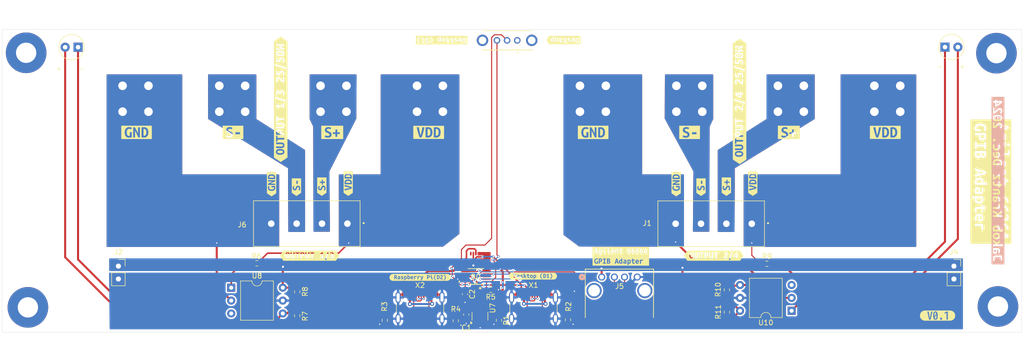
<source format=kicad_pcb>
(kicad_pcb (version 20240108) (generator "pcbnew") (generator_version "8.0")
  (layers (0 "F.Cu" signal) (31 "B.Cu" signal) (34 "B.Paste" user) (35 "F.Paste" user) (36 "B.SilkS" user "B.Silkscreen") (37 "F.SilkS" user "F.Silkscreen") (38 "B.Mask" user) (39 "F.Mask" user) (44 "Edge.Cuts" user))
  (net 0 "")
  (net 1 "GND1")
  (net 2 "VDD1")
  (net 3 "GND2")
  (net 4 "VDD2")
  (net 5 "Net-(X1-CC1)")
  (net 6 "GND")
  (net 8 "Net-(X1-CC2)")
  (net 9 "Net-(X2-CC1)")
  (net 10 "Net-(X2-CC2)")
  (net 12 "Net-(IC1-VIN1)")
  (net 13 "USB1_DATA_N")
  (net 14 "USB1_DATA_P")
  (net 15 "Net-(IC1-VIN2)")
  (net 16 "USB2_DATA_P")
  (net 19 "USB2_DATA_N")
  (net 20 "+3V3")
  (net 22 "Net-(J3-C)")
  (net 23 "VBUS")
  (net 24 "D+")
  (net 25 "D-")
  (net 28 "Net-(R6-Pad2)")
  (net 29 "Net-(D3-A)")
  (net 30 "Net-(D3-K)")
  (net 31 "Net-(R9-Pad2)")
  (net 32 "Net-(D1-K)")
  (net 33 "Net-(D1-A)")
  (net 36 "S2+")
  (net 37 "S1-")
  (net 38 "S1+")
  (net 39 "S2-")
  (footprint "kibuzzard-67536A0A" (layer "F.Cu") (at 199.7 44.2)
    (property "Reference" "kibuzzard-67536A0A" (hide yes))
    (property "Value" "G***" (hide yes))
  )
  (footprint "Package_TO_SOT_SMD:SOT-23-5" (layer "F.Cu") (at 119.85 80.425 90)
    (property "Reference" "U7")
    (property "Value" "MIC5219-3.3YM5")
  )
  (footprint "kibuzzard-675369E9" (layer "F.Cu") (at 161.15 44.2)
    (property "Reference" "kibuzzard-675369E9" (hide yes))
    (property "Value" "G***" (hide yes))
  )
  (footprint "Capacitor_SMD:C_0603_1608Metric" (layer "F.Cu") (at 116.9 76.075 -90)
    (property "Reference" "C2")
    (property "Value" "100n")
  )
  (footprint "supply_connectors:SOT-325-5" (layer "F.Cu") (at 138.1 75.5 180)
    (property "Reference" "IC2" (hide yes))
    (property "Value" "ESDALC6V1W5" (hide yes))
  )
  (footprint "LED_THT:LED_D5.0mm" (layer "F.Cu") (at 211.46 27.4)
    (property "Reference" "D1" (hide yes))
    (property "Value" "LED")
  )
  (footprint "LED_THT:LED_D5.0mm" (layer "F.Cu") (at 40.675 27.425 180)
    (property "Reference" "D3" (hide yes))
    (property "Value" "LED")
  )
  (footprint "kibuzzard-675369E9" (layer "F.Cu") (at 71.2 44.2)
    (property "Reference" "kibuzzard-675369E9" (hide yes))
    (property "Value" "G***" (hide yes))
  )
  (footprint "Resistor_SMD:R_0603_1608Metric" (layer "F.Cu") (at 115.1 81.325 -90)
    (property "Reference" "R4")
    (property "Value" "5k1")
  )
  (footprint "kibuzzard-67536BD6" (layer "F.Cu") (at 220.5 53.9 -90)
    (property "Reference" "kibuzzard-67536BD6" (hide yes))
    (property "Value" "G***" (hide yes))
  )
  (footprint "Connector_USB:USB_C_Receptacle_GCT_USB4105-xx-A_16P_TopMnt_Horizontal" (layer "F.Cu") (at 130.4 79.815)
    (property "Reference" "X1")
    (property "Value" "USB1 Desktop")
  )
  (footprint "supply_connectors:CONN4_UJ2-AH_CUD" (layer "F.Cu") (at 143.833389 72.6972)
    (property "Reference" "J5")
    (property "Value" "Power Supply")
  )
  (footprint "Resistor_SMD:R_0603_1608Metric" (layer "F.Cu") (at 83.85 75.625 90)
    (property "Reference" "R8")
    (property "Value" "10k")
  )
  (footprint "Package_DIP:DIP-6_W10.16mm" (layer "F.Cu") (at 70.85 74.8)
    (property "Reference" "U8")
    (property "Value" "H11L1")
  )
  (footprint "kibuzzard-675368D9" (layer "F.Cu") (at 163.4 55 90)
    (property "Reference" "kibuzzard-675368D9" (hide yes))
    (property "Value" "G***" (hide yes))
  )
  (footprint "supply_connectors:DGS10" (layer "F.Cu") (at 119.0389 72.6 180)
    (property "Reference" "U6")
    (property "Value" "TS3USB30EDGSR")
  )
  (footprint "kibuzzard-67536A0A" (layer "F.Cu") (at 109.75 44.2)
    (property "Reference" "kibuzzard-67536A0A" (hide yes))
    (property "Value" "G***" (hide yes))
  )
  (footprint "supply_connectors:CT3151SP" (layer "F.Cu") (at 110.78 26.825)
    (property "Reference" "U2" (hide yes))
    (property "Value" "~")
  )
  (footprint "kibuzzard-674F779A" (layer "F.Cu") (at 165.9 68.5)
    (property "Reference" "kibuzzard-674F779A" (hide yes))
    (property "Value" "G***" (hide yes))
  )
  (footprint "Connector_PinSocket_2.54mm:PinSocket_1x02_P2.54mm_Vertical" (layer "F.Cu") (at 213.225 70.55)
    (property "Reference" "J4")
    (property "Value" "VBUS/GND for the stacked PCB")
  )
  (footprint "kibuzzard-675369A2" (layer "F.Cu") (at 52.2 44.2)
    (property "Reference" "kibuzzard-675369A2" (hide yes))
    (property "Value" "G***" (hide yes))
  )
  (footprint "kibuzzard-674E1A52" (layer "F.Cu") (at 112.3 26.025 180)
    (property "Reference" "kibuzzard-674E1A52" (hide yes))
    (property "Value" "G***" (hide yes))
  )
  (footprint "Resistor_SMD:R_0603_1608Metric" (layer "F.Cu") (at 83.85 80.325 90)
    (property "Reference" "R7")
    (property "Value" "300")
  )
  (footprint "kibuzzard-674E1B37" (layer "F.Cu") (at 147.6 68.625)
    (property "Reference" "kibuzzard-674E1B37" (hide yes))
    (property "Value" "G***" (hide yes))
  )
  (footprint "MountingHole:MountingHole_4mm_Pad_TopBottom" (layer "F.Cu") (at 30.45 28.525)
    (property "Reference" "H1" (hide yes))
    (property "Value" "MountingHole")
  )
  (footprint "Resistor_SMD:R_0603_1608Metric" (layer "F.Cu") (at 123.6 81.225 -90)
    (property "Reference" "R1")
    (property "Value" "5k1")
  )
  (footprint "Resistor_SMD:R_0603_1608Metric" (layer "F.Cu") (at 168.5 75.225 -90)
    (property "Reference" "R10")
    (property "Value" "10k")
  )
  (footprint "supply_connectors:CT3151SP" (layer "F.Cu") (at 200.88 26.825)
    (property "Reference" "U12" (hide yes))
    (property "Value" "~")
  )
  (footprint "supply_connectors:CT3151SP" (layer "F.Cu") (at 181.88 26.825)
    (property "Reference" "U5" (hide yes))
    (property "Value" "~")
  )
  (footprint "kibuzzard-675369FB" (layer "F.Cu") (at 90.75 44.2)
    (property "Reference" "kibuzzard-675369FB" (hide yes))
    (property "Value" "G***" (hide yes))
  )
  (footprint "Resistor_SMD:R_0603_1608Metric" (layer "F.Cu") (at 168.5 79.625 -90)
    (property "Reference" "R11")
    (property "Value" "300")
  )
  (footprint "kibuzzard-675368D0" (layer "F.Cu") (at 78.8 54.4 90)
    (property "Reference" "kibuzzard-675368D0" (hide yes))
    (property "Value" "G***" (hide yes))
  )
  (footprint "kibuzzard-674E1BAB" (layer "F.Cu") (at 80.6 37.7 90)
    (property "Reference" "kibuzzard-674E1BAB" (hide yes))
    (property "Value" "G***" (hide yes))
  )
  (footprint "kibuzzard-675368DE" (layer "F.Cu") (at 168.4 54.9 90)
    (property "Reference" "kibuzzard-675368DE" (hide yes))
    (property "Value" "G***" (hide yes))
  )
  (footprint "Resistor_SMD:R_0603_1608Metric" (layer "F.Cu") (at 101.1 81.225 -90)
    (property "Reference" "R3")
    (property "Value" "5k1")
  )
  (footprint "supply_connectors:CT3151SP" (layer "F.Cu") (at 142.88 26.825)
    (property "Reference" "U3" (hide yes))
    (property "Value" "~")
  )
  (footprint "Connector_PinSocket_2.54mm:PinSocket_1x02_P2.54mm_Vertical" (layer "F.Cu") (at 48.625 70.55)
    (property "Reference" "J2")
    (property "Value" "VBUS/GND for the stacked PCB")
  )
  (footprint "Connector_USB:USB_C_Receptacle_GCT_USB4105-xx-A_16P_TopMnt_Horizontal" (layer "F.Cu") (at 108.05 79.825)
    (property "Reference" "X2")
    (property "Value" "USB2 Raspberry Pi")
  )
  (footprint "Resistor_SMD:R_0603_1608Metric" (layer "F.Cu") (at 75.9 70 180)
    (property "Reference" "R6")
    (property "Value" "4k7")
  )
  (footprint "MountingHole:MountingHole_4mm_Pad_TopBottom" (layer "F.Cu") (at 30.8 78.675)
    (property "Reference" "H2" (hide yes))
    (property "Value" "MountingHole")
  )
  (footprint "Resistor_SMD:R_0603_1608Metric" (layer "F.Cu") (at 121.975 75.2 180)
    (property "Reference" "R5")
    (property "Value" "100k")
  )
  (footprint "kibuzzard-675368DE" (layer "F.Cu") (at 88.7 54.9 90)
    (property "Reference" "kibuzzard-675368DE" (hide yes))
    (property "Value" "G***" (hide yes))
  )
  (footprint "MountingHole:MountingHole_4mm_Pad_TopBottom" (layer "F.Cu") (at 221.9 78.5)
    (property "Reference" "H4" (hide yes))
    (property "Value" "MountingHole")
  )
  (footprint "kibuzzard-675368B8" (layer "F.Cu") (at 173.6 54.3 90)
    (property "Reference" "kibuzzard-675368B8" (hide yes))
    (property "Value" "G***" (hide yes))
  )
  (footprint "kibuzzard-674F7791" (layer "F.Cu") (at 86.3 68.5)
    (property "Reference" "kibuzzard-674F7791" (hide yes))
    (property "Value" "G***" (hide yes))
  )
  (footprint "MountingHole:MountingHole_4mm_Pad_TopBottom" (layer "F.Cu") (at 221.6 28.6)
    (property "Reference" "H3" (hide yes))
    (property "Value" "MountingHole")
  )
  (footprint "Resistor_SMD:R_0603_1608Metric" (layer "F.Cu") (at 176.375 70.1)
    (property "Reference" "R9")
    (property "Value" "4k7")
  )
  (footprint "kibuzzard-674E1B67" (layer "F.Cu") (at 130.3 72.525)
    (property "Reference" "kibuzzard-674E1B67" (hide yes))
    (property "Value" "G***" (hide yes))
  )
  (footprint "kibuzzard-674E1B6F" (layer "F.Cu") (at 108.05 72.775)
    (property "Reference" "kibuzzard-674E1B6F" (hide yes))
    (property "Value" "G***" (hide yes))
  )
  (footprint "supply_connectors:CT3151SP" (layer "F.Cu") (at 72.78 26.825)
    (property "Reference" "U1" (hide yes))
    (property "Value" "~")
  )
  (footprint "kibuzzard-674E1A25" (layer "F.Cu") (at 136.3 26.025 180)
    (property "Reference" "kibuzzard-674E1A25" (hide yes))
    (property "Value" "G***" (hide yes))
  )
  (footprint "kibuzzard-675369A2" (layer "F.Cu") (at 142.15 44.2)
    (property "Reference" "kibuzzard-675369A2" (hide yes))
    (property "Value" "G***" (hide yes))
  )
  (footprint "supply_connectors:CT3151SP" (layer "F.Cu") (at 161.88 26.825)
    (property "Reference" "U4" (hide yes))
    (property "Value" "~")
  )
  (footprint "supply_connectors:PHOENIX_1935789" (layer "F.Cu") (at 75.2375 66.68)
    (property "Reference" "J6")
    (property "Value" "Screw_Terminal_01x04")
  )
  (footprint "kibuzzard-675368D9" (layer "F.Cu") (at 83.7 55 90)
    (property "Reference" "kibuzzard-675368D9" (hide yes))
    (property "Value" "G***" (hide yes))
  )
  (footprint "kibuzzard-674E1BF2" (layer "F.Cu") (at 171 38.1 90)
    (property "Reference" "kibuzzard-674E1BF2" (hide yes))
    (property "Value" "G***" (hide yes))
  )
  (footprint "Capacitor_SMD:C_0603_1608Metric" (layer "F.Cu") (at 117.15 80.1 -90)
    (property "Reference" "C1")
    (property "Value" "1u")
  )
  (footprint "kibuzzard-675369FB" (layer "F.Cu") (at 180.7 44.2)
    (property "Reference" "kibuzzard-675369FB" (hide yes))
    (property "Value" "G***" (hide yes))
  )
  (footprint "Resistor_SMD:R_0603_1608Metric" (layer "F.Cu") (at 137.2 81.125 -90)
    (property "Reference" "R2")
    (property "Value" "5k1")
  )
  (footprint "supply_connectors:CT3151SP" (layer "F.Cu") (at 91.78 26.825)
    (property "Reference" "U11" (hide yes))
    (property "Value" "~")
  )
  (footprint "kibuzzard-67536AC1" (layer "F.Cu") (at 210 80.3)
    (property "Reference" "kibuzzard-67536AC1" (hide yes))
    (property "Value" "G***" (hide yes))
  )
  (footprint "supply_connectors:CT3151SP" (layer "F.Cu") (at 71.83 26.825)
    (property "Reference" "U9" (hide yes))
    (property "Value" "~")
  )
  (footprint "kibuzzard-675368D0" (layer "F.Cu") (at 158.5 54.4 90)
    (property "Reference" "kibuzzard-675368D0" (hide yes))
    (property "Value" "G***" (hide yes))
  )
  (footprint "kibuzzard-675368B8" (layer "F.Cu") (at 93.9 54.3 90)
    (property "Reference" "kibuzzard-675368B8" (hide yes))
    (property "Value" "G***" (hide yes))
  )
  (footprint "supply_connectors:SOT-5X3-8" (layer "F.Cu") (at 118.8 68.825 90)
    (property "Reference" "IC1" (hide yes))
    (property "Value" "LM66200" (hide yes))
  )
  (footprint "Package_DIP:DIP-6_W10.16mm" (layer "F.Cu") (at 181.25 79.35 180)
    (property "Reference" "U10")
    (property "Value" "H11L1")
  )
  (footprint "supply_connectors:EG1213" (layer "F.Cu") (at 127.2 26.075 180)
    (property "Reference" "J3" (hide yes))
    (property "Value" "1935789" (hide yes))
  )
  (footprint "supply_connectors:PHOENIX_1935789" (layer "F.Cu") (at 154.9 66.7)
    (property "Reference" "J1")
    (property "Value" "Screw_Terminal_01x04")
  )
  (footprint "kibuzzard-6759F0B5" (layer "B.Cu") (at 221.9 53.7 90)
    (property "Reference" "kibuzzard-6759F0B5" (hide yes))
    (property "Value" "G***" (hide yes))
  )
  (gr_rect (start 25.7 23.925) (end 226.55 83.575) (stroke (width 0.05)) (fill none) (layer "Edge.Cuts"))
  (gr_text "+" (at 214.2 31.8 0) (layer "F.SilkS") (effects (font (size 1 1) (thickness 0.1)) (justify left bottom)))
  (gr_text "-" (at 209.8 31.8 0) (layer "F.SilkS") (effects (font (size 1 1) (thickness 0.1)) (justify left bottom)))
  (gr_text "+" (at 37.6 31.2 180) (layer "F.SilkS") (effects (font (size 1 1) (thickness 0.1)) (justify left bottom)))
  (gr_text "-" (at 42 31.2 180) (layer "F.SilkS") (effects (font (size 1 1) (thickness 0.1)) (justify left bottom)))
  (segment (start 68.9 75.39) (end 68 74.49) (width 0.4) (layer "F.Cu") (net 1))
  (segment (start 68 74.49) (end 68 66) (width 0.4) (layer "F.Cu") (net 1))
  (segment (start 70.85 77.34) (end 68.9 75.39) (width 0.4) (layer "F.Cu") (net 1))
  (via (at 68 66) (size 0.45) (drill 0.25) (layers "F.Cu" "B.Cu") (net 1))
  (segment (start 92 68) (end 78 68) (width 0.3) (layer "F.Cu") (net 2))
  (segment (start 76.725 69.275) (end 76.725 70) (width 0.3) (layer "F.Cu") (net 2))
  (segment (start 94 66) (end 92 68) (width 0.3) (layer "F.Cu") (net 2))
  (segment (start 78 68) (end 76.725 69.275) (width 0.3) (layer "F.Cu") (net 2))
  (via (at 94 66) (size 0.45) (drill 0.25) (layers "F.Cu" "B.Cu") (net 2))
  (segment (start 173.0875 71.3125) (end 163.9125 71.3125) (width 0.4) (layer "F.Cu") (net 3))
  (segment (start 178.585 76.81) (end 181.25 76.81) (width 0.4) (layer "F.Cu") (net 3))
  (segment (start 163.9125 71.3125) (end 158.4 65.8) (width 0.4) (layer "F.Cu") (net 3))
  (segment (start 173.0875 71.3125) (end 178.585 76.81) (width 0.4) (layer "F.Cu") (net 3))
  (via (at 158.4 65.8) (size 0.45) (drill 0.25) (layers "F.Cu" "B.Cu") (net 3))
  (segment (start 173.4 68.4) (end 173.4 66) (width 0.2) (layer "F.Cu") (net 4))
  (segment (start 175.55 70.1) (end 175.1 70.1) (width 0.2) (layer "F.Cu") (net 4))
  (segment (start 175.1 70.1) (end 173.4 68.4) (width 0.2) (layer "F.Cu") (net 4))
  (via (at 173.4 66) (size 0.45) (drill 0.25) (layers "F.Cu" "B.Cu") (net 4))
  (segment (start 128.35 79.375) (end 124.625 79.375) (width 0.2) (layer "F.Cu") (net 5))
  (segment (start 129.15 76.135) (end 129.15 78.575) (width 0.2) (layer "F.Cu") (net 5))
  (segment (start 129.15 78.575) (end 128.35 79.375) (width 0.2) (layer "F.Cu") (net 5))
  (segment (start 124.625 79.375) (end 123.6 80.4) (width 0.2) (layer "F.Cu") (net 5))
  (segment (start 100.15 82.05) (end 100.1 82) (width 0.2) (layer "F.Cu") (net 6))
  (segment (start 116.9 77.675) (end 116.925 77.7) (width 0.2) (layer "F.Cu") (net 6))
  (segment (start 116.9 76.85) (end 116.9 77.675) (width 0.2) (layer "F.Cu") (net 6))
  (segment (start 118.275 71.05) (end 119.175 71.05) (width 0.2) (layer "F.Cu") (net 6))
  (segment (start 104.305 76.145) (end 103.73 76.72) (width 0.4) (layer "F.Cu") (net 6))
  (segment (start 119.875 71.982301) (end 120.257302 71.599999) (width 0.2) (layer "F.Cu") (net 6))
  (segment (start 119.175 71.05) (end 119.55 70.675) (width 0.2) (layer "F.Cu") (net 6))
  (segment (start 123.6 82.05) (end 122.65 82.05) (width 0.2) (layer "F.Cu") (net 6))
  (segment (start 115.475001 73.099999) (end 115.475 73.1) (width 0.2) (layer "F.Cu") (net 6))
  (segment (start 133.6 76.135) (end 134.145 76.135) (width 0.4) (layer "F.Cu") (net 6))
  (segment (start 138.15 81.95) (end 138.2 82) (width 0.2) (layer "F.Cu") (net 6))
  (segment (start 117.925 70.7) (end 118.275 71.05) (width 0.2) (layer "F.Cu") (net 6))
  (segment (start 111.25 76.145) (end 111.795 76.145) (width 0.4) (layer "F.Cu") (net 6))
  (segment (start 122.8 75.2) (end 123.475 75.2) (width 0.2) (layer "F.Cu") (net 6))
  (segment (start 116.9434 73.099999) (end 115.475001 73.099999) (width 0.2) (layer "F.Cu") (net 6))
  (segment (start 139.1875 75.5) (end 138.45 75.5) (width 0.2) (layer "F.Cu") (net 6))
  (segment (start 119.55 70.675) (end 119.55 69.565) (width 0.2) (layer "F.Cu") (net 6))
  (segment (start 119.85 81.5625) (end 119.85 82.625) (width 0.4) (layer "F.Cu") (net 6))
  (segment (start 116.05 82.15) (end 116.1 82.2) (width 0.2) (layer "F.Cu") (net 6))
  (segment (start 120.257302 71.599999) (end 121.1344 71.599999) (width 0.2) (layer "F.Cu") (net 6))
  (segment (start 117.925 69.69) (end 117.925 70.7) (width 0.2) (layer "F.Cu") (net 6))
  (segment (start 118.05 69.565) (end 117.925 69.69) (width 0.2) (layer "F.Cu") (net 6))
  (segment (start 104.85 76.145) (end 104.305 76.145) (width 0.4) (layer "F.Cu") (net 6))
  (segment (start 137.2 81.95) (end 138.15 81.95) (width 0.2) (layer "F.Cu") (net 6))
  (segment (start 111.795 76.145) (end 112.37 76.72) (width 0.4) (layer "F.Cu") (net 6))
  (segment (start 119.85 82.625) (end 119.9 82.675) (width 0.4) (layer "F.Cu") (net 6))
  (segment (start 122.65 82.05) (end 122.6 82) (width 0.2) (layer "F.Cu") (net 6))
  (segment (start 101.1 82.05) (end 100.15 82.05) (width 0.2) (layer "F.Cu") (net 6))
  (segment (start 134.145 76.135) (end 134.72 76.71) (width 0.4) (layer "F.Cu") (net 6))
  (segment (start 119.875 72.125) (end 119.875 71.982301) (width 0.2) (layer "F.Cu") (net 6))
  (segment (start 126.655 76.135) (end 126.08 76.71) (width 0.4) (layer "F.Cu") (net 6))
  (segment (start 127.2 76.135) (end 126.655 76.135) (width 0.4) (layer "F.Cu") (net 6))
  (segment (start 115.1 82.15) (end 116.05 82.15) (width 0.2) (layer "F.Cu") (net 6))
  (segment (start 117.15 80.875) (end 117.15 81.825) (width 0.4) (layer "F.Cu") (net 6))
  (via (at 138.45 75.5) (size 0.45) (drill 0.25) (layers "F.Cu" "B.Cu") (net 6))
  (via (at 116.925 77.7) (size 0.45) (drill 0.25) (layers "F.Cu" "B.Cu") (net 6))
  (via (at 138.2 82) (size 0.45) (drill 0.25) (layers "F.Cu" "B.Cu") (net 6))
  (via (at 123.475 75.2) (size 0.45) (drill 0.25) (layers "F.Cu" "B.Cu") (net 6))
  (via (at 119.9 82.675) (size 0.45) (drill 0.25) (layers "F.Cu" "B.Cu") (net 6))
  (via (at 116.1 82.2) (size 0.45) (drill 0.25) (layers "F.Cu" "B.Cu") (net 6))
  (via (at 100.1 82) (size 0.45) (drill 0.25) (layers "F.Cu" "B.Cu") (net 6))
  (via (at 119.875 72.125) (size 0.45) (drill 0.25) (layers "F.Cu" "B.Cu") (net 6))
  (via (at 115.475 73.1) (size 0.45) (drill 0.25) (layers "F.Cu" "B.Cu") (net 6))
  (via (at 122.6 82) (size 0.45) (drill 0.25) (layers "F.Cu" "B.Cu") (net 6))
  (via (at 117.15 81.825) (size 0.45) (drill 0.25) (layers "F.Cu" "B.Cu") (net 6))
  (segment (start 150.833411 72.6972) (end 152.2972 72.6972) (width 0.4) (layer "B.Cu") (net 6))
  (segment (start 152.2972 72.6972) (end 152.3 72.7) (width 0.4) (layer "B.Cu") (net 6))
  (segment (start 136.225 79.325) (end 137.2 80.3) (width 0.2) (layer "F.Cu") (net 8))
  (segment (start 132.9 79.325) (end 136.225 79.325) (width 0.2) (layer "F.Cu") (net 8))
  (segment (start 132.15 76.135) (end 132.15 78.575) (width 0.2) (layer "F.Cu") (net 8))
  (segment (start 132.15 78.575) (end 132.9 79.325) (width 0.2) (layer "F.Cu") (net 8))
  (segment (start 106.8 78.525) (end 105.95 79.375) (width 0.2) (layer "F.Cu") (net 9))
  (segment (start 105.95 79.375) (end 102.25 79.375) (width 0.2) (layer "F.Cu") (net 9))
  (segment (start 101.225 80.4) (end 101.1 80.4) (width 0.2) (layer "F.Cu") (net 9))
  (segment (start 106.8 76.145) (end 106.8 78.525) (width 0.2) (layer "F.Cu") (net 9))
  (segment (start 102.25 79.375) (end 101.225 80.4) (width 0.2) (layer "F.Cu") (net 9))
  (segment (start 109.8 76.145) (end 109.8 78.525) (width 0.2) (layer "F.Cu") (net 10))
  (segment (start 113.925 79.325) (end 115.1 80.5) (width 0.2) (layer "F.Cu") (net 10))
  (segment (start 109.8 78.525) (end 110.6 79.325) (width 0.2) (layer "F.Cu") (net 10))
  (segment (start 110.6 79.325) (end 113.925 79.325) (width 0.2) (layer "F.Cu") (net 10))
  (segment (start 128.525 77.234999) (end 128 76.709999) (width 0.4) (layer "F.Cu") (net 12))
  (segment (start 128 74.225) (end 128 76.135) (width 0.3) (layer "F.Cu") (net 12))
  (segment (start 132.8 76.135) (end 132.8 76.775) (width 0.4) (layer "F.Cu") (net 12))
  (segment (start 122.5 68.725) (end 128 74.225) (width 0.3) (layer "F.Cu") (net 12))
  (segment (start 119.255 68.725) (end 120.3 68.725) (width 0.3) (layer "F.Cu") (net 12))
  (segment (start 119.05 68.93) (end 119.255 68.725) (width 0.3) (layer "F.Cu") (net 12))
  (segment (start 128 76.709999) (end 128 76.135) (width 0.4) (layer "F.Cu") (net 12))
  (segment (start 119.05 69.565) (end 119.05 68.93) (width 0.3) (layer "F.Cu") (net 12))
  (segment (start 132.64 76.935) (end 132.64 77.84) (width 0.4) (layer "F.Cu") (net 12))
  (segment (start 132.64 77.84) (end 132.775 77.975) (width 0.4) (layer "F.Cu") (net 12))
  (segment (start 128.525 77.975) (end 128.525 77.234999) (width 0.4) (layer "F.Cu") (net 12))
  (segment (start 132.8 76.775) (end 132.64 76.935) (width 0.4) (layer "F.Cu") (net 12))
  (via (at 120.3 68.725) (size 0.45) (drill 0.25) (layers "F.Cu" "B.Cu") (net 12))
  (via (at 132.775 77.975) (size 0.8) (drill 0.4) (layers "F.Cu" "B.Cu") (net 12))
  (via (at 122.5 68.725) (size 0.45) (drill 0.25) (layers "F.Cu" "B.Cu") (net 12))
  (via (at 128.525 77.975) (size 0.8) (drill 0.4) (layers "F.Cu" "B.Cu") (net 12))
  (segment (start 120.3 68.725) (end 120.35 68.675) (width 0.3) (layer "B.Cu") (net 12))
  (segment (start 120.35 68.675) (end 122.45 68.675) (width 0.3) (layer "B.Cu") (net 12))
  (segment (start 132.775 77.975) (end 128.525 77.975) (width 0.4) (layer "B.Cu") (net 12))
  (segment (start 122.45 68.675) (end 122.5 68.725) (width 0.3) (layer "B.Cu") (net 12))
  (segment (start 129.8 77.4) (end 130.5 77.4) (width 0.2) (layer "F.Cu") (net 13))
  (segment (start 136.25 74.85) (end 136.9125 74.85) (width 0.2) (layer "F.Cu") (net 13))
  (segment (start 118.125 72.6) (end 118.3 72.775) (width 0.3) (layer "F.Cu") (net 13))
  (segment (start 132.110001 74.1) (end 135.5 74.1) (width 0.2) (layer "F.Cu") (net 13))
  (segment (start 130.65 77.25) (end 130.65 76.135) (width 0.2) (layer "F.Cu") (net 13))
  (segment (start 129.65 75.325) (end 129.65 76.135) (width 0.3) (layer "F.Cu") (net 13))
  (segment (start 119.85 74.275) (end 120.6 74.275) (width 0.3) (layer "F.Cu") (net 13))
  (segment (start 116.9434 72.6) (end 118.125 72.6) (width 0.3) (layer "F.Cu") (net 13))
  (segment (start 129.65 76.135) (end 129.65 77.25) (width 0.2) (layer "F.Cu") (net 13))
  (segment (start 119.005699 73.430699) (end 119.85 74.275) (width 0.3) (layer "F.Cu") (net 13))
  (segment (start 130.65 75.560001) (end 132.110001 74.1) (width 0.2) (layer "F.Cu") (net 13))
  (segment (start 127.1 74.275) (end 127.15 74.325) (width 0.3) (layer "F.Cu") (net 13))
  (segment (start 130.65 76.135) (end 130.65 75.560001) (width 0.2) (layer "F.Cu") (net 13))
  (segment (start 129.65 77.25) (end 129.8 77.4) (width 0.2) (layer "F.Cu") (net 13))
  (segment (start 135.5 74.1) (end 136.25 74.85) (width 0.2) (layer "F.Cu") (net 13))
  (segment (start 128.65 74.325) (end 129.65 75.325) (width 0.3) (layer "F.Cu") (net 13))
  (segment (start 121.7 74.275) (end 127.1 74.275) (width 0.3) (layer "F.Cu") (net 13))
  (segment (start 130.5 77.4) (end 130.65 77.25) (width 0.2) (layer "F.Cu") (net 13))
  (via (at 118.3 72.775) (size 0.45) (drill 0.25) (layers "F.Cu" "B.Cu") (net 13))
  (via (at 121.7 74.275) (size 0.45) (drill 0.25) (layers "F.Cu" "B.Cu") (net 13))
  (via (at 127.15 74.325) (size 0.45) (drill 0.25) (layers "F.Cu" "B.Cu") (net 13))
  (via (at 120.6 74.275) (size 0.45) (drill 0.25) (layers "F.Cu" "B.Cu") (net 13))
  (via (at 119.005699 73.430699) (size 0.45) (drill 0.25) (layers "F.Cu" "B.Cu") (net 13))
  (via (at 128.65 74.325) (size 0.45) (drill 0.25) (layers "F.Cu" "B.Cu") (net 13))
  (segment (start 127.15 74.325) (end 128.65 74.325) (width 0.3) (layer "B.Cu") (net 13))
  (segment (start 118.3 72.775) (end 118.35 72.775) (width 0.3) (layer "B.Cu") (net 13))
  (segment (start 120.6 74.275) (end 121.7 74.275) (width 0.3) (layer "B.Cu") (net 13))
  (segment (start 118.35 72.775) (end 119.005699 73.430699) (width 0.3) (layer "B.Cu") (net 13))
  (segment (start 119.975001 73.099999) (end 119.95 73.125) (width 0.2) (layer "F.Cu") (net 14))
  (segment (start 132.110001 74.6) (end 135.3625 74.6) (width 0.2) (layer "F.Cu") (net 14))
  (segment (start 128.4 73.075) (end 130.15 74.825) (width 0.2) (layer "F.Cu") (net 14))
  (segment (start 135.3625 74.6) (end 136.9125 76.15) (width 0.2) (layer "F.Cu") (net 14))
  (segment (start 130.15 76.925) (end 130.175 76.95) (width 0.2) (layer "F.Cu") (net 14))
  (segment (start 131.15 75.560001) (end 132.110001 74.6) (width 0.2) (layer "F.Cu") (net 14))
  (segment (start 131.15 76.95) (end 131.15 76.135) (width 0.2) (layer "F.Cu") (net 14))
  (segment (start 127.65 73.075) (end 128.4 73.075) (width 0.2) (layer "F.Cu") (net 14))
  (segment (start 130.15 76.135) (end 130.15 76.925) (width 0.2) (layer "F.Cu") (net 14))
  (segment (start 130.15 74.825) (end 130.15 76.135) (width 0.2) (layer "F.Cu") (net 14))
  (segment (start 131.15 76.135) (end 131.15 75.560001) (width 0.2) (layer "F.Cu") (net 14))
  (segment (start 121.1344 73.099999) (end 119.975001 73.099999) (width 0.2) (layer "F.Cu") (net 14))
  (via (at 131.15 76.95) (size 0.45) (drill 0.25) (layers "F.Cu" "B.Cu") (net 14))
  (via (at 119.95 73.125) (size 0.45) (drill 0.25) (layers "F.Cu" "B.Cu") (net 14))
  (via (at 130.175 76.95) (size 0.45) (drill 0.25) (layers "F.Cu" "B.Cu") (net 14))
  (via (at 127.65 73.075) (size 0.45) (drill 0.25) (layers "F.Cu" "B.Cu") (net 14))
  (segment (start 119.95 73.125) (end 120 73.075) (width 0.2) (layer "B.Cu") (net 14))
  (segment (start 120 73.075) (end 127.65 73.075) (width 0.2) (layer "B.Cu") (net 14))
  (segment (start 130.175 76.95) (end 131.15 76.95) (width 0.2) (layer "B.Cu") (net 14))
  (segment (start 106.05 77.075) (end 106.05 78.025) (width 0.4) (layer "F.Cu") (net 15))
  (segment (start 105.65 76.675) (end 106.05 77.075) (width 0.4) (layer "F.Cu") (net 15))
  (segment (start 109.6 71.525) (end 114.6 71.525) (width 0.4) (layer "F.Cu") (net 15))
  (segment (start 110.45 76.145) (end 110.45 76.719999) (width 0.4) (layer "F.Cu") (net 15))
  (segment (start 105.65 76.145) (end 105.65 76.675) (width 0.4) (layer "F.Cu") (net 15))
  (segment (start 105.65 76.145) (end 105.65 75.475) (width 0.4) (layer "F.Cu") (net 15))
  (segment (start 110.29 77.84) (end 110.425 77.975) (width 0.4) (layer "F.Cu") (net 15))
  (segment (start 117.2 67.525) (end 117.2 68.925) (width 0.3) (layer "F.Cu") (net 15))
  (segment (start 110.45 76.719999) (end 110.29 76.879999) (width 0.4) (layer "F.Cu") (net 15))
  (segment (start 114.6 71.525) (end 116.5 69.625) (width 0.4) (layer "F.Cu") (net 15))
  (segment (start 105.65 75.475) (end 109.6 71.525) (width 0.4) (layer "F.Cu") (net 15))
  (segment (start 118.75 67.125) (end 117.6 67.125) (width 0.3) (layer "F.Cu") (net 15))
  (segment (start 117.6 67.125) (end 117.2 67.525) (width 0.3) (layer "F.Cu") (net 15))
  (segment (start 119.05 68.085) (end 119.05 67.425) (width 0.3) (layer "F.Cu") (net 15))
  (segment (start 110.29 76.879999) (end 110.29 77.84) (width 0.4) (layer "F.Cu") (net 15))
  (segment (start 117.2 68.925) (end 116.5 69.625) (width 0.3) (layer "F.Cu") (net 15))
  (segment (start 119.05 67.425) (end 118.75 67.125) (width 0.3) (layer "F.Cu") (net 15))
  (via (at 110.425 77.975) (size 0.8) (drill 0.4) (layers "F.Cu" "B.Cu") (net 15))
  (via (at 106.05 78.025) (size 0.8) (drill 0.4) (layers "F.Cu" "B.Cu") (net 15))
  (segment (start 110.375 78.025) (end 110.425 77.975) (width 0.4) (layer "B.Cu") (net 15))
  (segment (start 106.05 78.025) (end 110.375 78.025) (width 0.4) (layer "B.Cu") (net 15))
  (segment (start 110.243656 74.2) (end 116.35 74.2) (width 0.2) (layer "F.Cu") (net 16))
  (segment (start 107.8 76.145) (end 107.8 76.975) (width 0.2) (layer "F.Cu") (net 16))
  (segment (start 117.625 74.175) (end 119.2 72.6) (width 0.2) (layer "F.Cu") (net 16))
  (segment (start 108.8 76.145) (end 108.8 75.643656) (width 0.2) (layer "F.Cu") (net 16))
  (segment (start 119.2 72.6) (end 121.1344 72.6) (width 0.2) (layer "F.Cu") (net 16))
  (segment (start 108.8 75.643656) (end 110.243656 74.2) (width 0.2) (layer "F.Cu") (net 16))
  (segment (start 108.8 76.975) (end 108.8 76.145) (width 0.2) (layer "F.Cu") (net 16))
  (via (at 107.8 76.975) (size 0.45) (drill 0.25) (layers "F.Cu" "B.Cu") (net 16))
  (via (at 108.8 76.975) (size 0.45) (drill 0.25) (layers "F.Cu" "B.Cu") (net 16))
  (via (at 116.35 74.2) (size 0.45) (drill 0.25) (layers "F.Cu" "B.Cu") (net 16))
  (via (at 117.625 74.175) (size 0.45) (drill 0.25) (layers "F.Cu" "B.Cu") (net 16))
  (segment (start 107.8 76.975) (end 108.8 76.975) (width 0.2) (layer "B.Cu") (net 16))
  (segment (start 116.35 74.2) (end 117.6 74.2) (width 0.2) (layer "B.Cu") (net 16))
  (segment (start 117.6 74.2) (end 117.625 74.175) (width 0.2) (layer "B.Cu") (net 16))
  (segment (start 107.3 77.225) (end 107.5 77.425) (width 0.2) (layer "F.Cu") (net 19))
  (segment (start 108.3 76.145) (end 108.3 75.570001) (width 0.2) (layer "F.Cu") (net 19))
  (segment (start 111.77 72.100001) (end 116.9434 72.100001) (width 0.2) (layer "F.Cu") (net 19))
  (segment (start 108.1 77.425) (end 108.3 77.225) (width 0.2) (layer "F.Cu") (net 19))
  (segment (start 108.3 77.225) (end 108.3 76.145) (width 0.2) (layer "F.Cu") (net 19))
  (segment (start 107.3 76.145) (end 107.3 77.225) (width 0.2) (layer "F.Cu") (net 19))
  (segment (start 107.5 77.425) (end 108.1 77.425) (width 0.2) (layer "F.Cu") (net 19))
  (segment (start 108.3 75.570001) (end 111.77 72.100001) (width 0.2) (layer "F.Cu") (net 19))
  (segment (start 122.15 65.075) (end 122.15 25.525) (width 0.2) (layer "F.Cu") (net 20))
  (segment (start 117.15 79.325) (end 118.8625 79.325) (width 0.4) (layer "F.Cu") (net 20))
  (segment (start 116.2 67.3) (end 117.1 66.4) (width 0.2) (layer "F.Cu") (net 20))
  (segment (start 120.825 66.4) (end 122.15 65.075) (width 0.2) (layer "F.Cu") (net 20))
  (segment (start 116.9434 75.2566) (end 116.9 75.3) (width 0.2) (layer "F.Cu") (net 20))
  (segment (start 118.8625 79.325) (end 118.9 79.2875) (width 0.4) (layer "F.Cu") (net 20))
  (segment (start 116.9434 73.600001) (end 115.338604 73.600001) (width 0.2) (layer "F.Cu") (net 20))
  (segment (start 114.2 70.975) (end 116.2 68.975) (width 0.2) (layer "F.Cu") (net 20))
  (segment (start 118.9 79.2875) (end 118.9 77.3) (width 0.4) (layer "F.Cu") (net 20))
  (segment (start 117.1 66.4) (end 120.825 66.4) (width 0.2) (layer "F.Cu") (net 20))
  (segment (start 122.15 25.525) (end 122.7 24.975) (width 0.2) (layer "F.Cu") (net 20))
  (segment (start 116.2 68.975) (end 116.2 67.3) (width 0.2) (layer "F.Cu") (net 20))
  (segment (start 116.9434 73.600001) (end 116.9434 75.2566) (width 0.2) (layer "F.Cu") (net 20))
  (segment (start 115.338604 73.600001) (end 114.4 72.661397) (width 0.2) (layer "F.Cu") (net 20))
  (segment (start 118.9 77.3) (end 116.9 75.3) (width 0.4) (layer "F.Cu") (net 20))
  (segment (start 124.1 24.975) (end 125.2 26.075) (width 0.2) (layer "F.Cu") (net 20))
  (segment (start 114.4 72.661397) (end 114.4 72.550001) (width 0.2) (layer "F.Cu") (net 20))
  (segment (start 122.7 24.975) (end 124.1 24.975) (width 0.2) (layer "F.Cu") (net 20))
  (via (at 114.4 72.550001) (size 0.45) (drill 0.25) (layers "F.Cu" "B.Cu") (net 20))
  (via (at 114.2 70.975) (size 0.45) (drill 0.25) (layers "F.Cu" "B.Cu") (net 20))
  (segment (start 114.4 72.550001) (end 114.4 71.175) (width 0.2) (layer "B.Cu") (net 20))
  (segment (start 114.4 71.175) (end 114.2 70.975) (width 0.2) (layer "B.Cu") (net 20))
  (segment (start 122.1218 73.600001) (end 121.1344 73.600001) (width 0.2) (layer "F.Cu") (net 22))
  (segment (start 122.95 69.925) (end 122.95 72.771801) (width 0.2) (layer "F.Cu") (net 22))
  (segment (start 121.1344 73.600001) (end 121.1344 75.1844) (width 0.2) (layer "F.Cu") (net 22))
  (segment (start 122.95 72.771801) (end 122.1218 73.600001) (width 0.2) (layer "F.Cu") (net 22))
  (segment (start 121.1344 75.1844) (end 121.15 75.2) (width 0.2) (layer "F.Cu") (net 22))
  (segment (start 123.2 68.325) (end 123.2 26.075) (width 0.2) (layer "F.Cu") (net 22))
  (segment (start 123.5 68.625) (end 123.2 68.325) (width 0.2) (layer "F.Cu") (net 22))
  (segment (start 122.35 69.325) (end 122.95 69.925) (width 0.2) (layer "F.Cu") (net 22))
  (via (at 123.5 68.625) (size 0.45) (drill 0.25) (layers "F.Cu" "B.Cu") (net 22))
  (via (at 122.35 69.325) (size 0.45) (drill 0.25) (layers "F.Cu" "B.Cu") (net 22))
  (segment (start 122.8 69.325) (end 122.35 69.325) (width 0.2) (layer "B.Cu") (net 22))
  (segment (start 123.5 68.625) (end 122.8 69.325) (width 0.2) (layer "B.Cu") (net 22))
  (segment (start 169.99 80.45) (end 171.09 79.35) (width 0.4) (layer "F.Cu") (net 23))
  (segment (start 123.525 76) (end 124.35 75.175) (width 0.4) (layer "F.Cu") (net 23))
  (segment (start 83.85 79.5) (end 84.65 78.7) (width 0.4) (layer "F.Cu") (net 23))
  (segment (start 119.8 78.949092) (end 122.749092 76) (width 0.4) (layer "F.Cu") (net 23))
  (segment (start 120.45 80.575) (end 120.8 80.925) (width 0.4) (layer "F.Cu") (net 23))
  (segment (start 124.35 73.675) (end 124.35 71.625) (width 0.4) (layer "F.Cu") (net 23))
  (segment (start 81.01 74.8) (end 81.01 70.715) (width 0.4) (layer "F.Cu") (net 23))
  (segment (start 124.35 75.175) (end 124.35 74.875) (width 0.4) (layer "F.Cu") (net 23))
  (segment (start 143.833389 72.6972) (end 143.833389 71.058389) (width 0.4) (layer "F.Cu") (net 23))
  (segment (start 84.65 75.6) (end 83.85 74.8) (width 0.4) (layer "F.Cu") (net 23))
  (segment (start 118.55 68.075) (end 118.55 69.565) (width 0.3) (layer "F.Cu") (net 23))
  (segment (start 118.55 69.565) (end 118.55 70.425) (width 0.3) (layer "F.Cu") (net 23))
  (segment (start 81.01 70.715) (end 81.05 70.675) (width 0.4) (layer "F.Cu") (net 23))
  (segment (start 118.9 81.5625) (end 118.9 80.900001) (width 0.4) (layer "F.Cu") (net 23))
  (segment (start 168.5 76.76) (end 171.09 79.35) (width 0.4) (layer "F.Cu") (net 23))
  (segment (start 163.625 76.05) (end 159.75 72.175) (width 0.4) (layer "F.Cu") (net 23))
  (segment (start 143.833389 71.058389) (end 143.8 71.025) (width 0.4) (layer "F.Cu") (net 23))
  (segment (start 84.65 78.7) (end 84.65 75.6) (width 0.4) (layer "F.Cu") (net 23))
  (segment (start 124.35 71.625) (end 123.85 71.125) (width 0.4) (layer "F.Cu") (net 23))
  (segment (start 119.225001 80.575) (end 119.8 80.575) (width 0.4) (layer "F.Cu") (net 23))
  (segment (start 120.8 80.925) (end 120.8 81.5625) (width 0.4) (layer "F.Cu") (net 23))
  (segment (start 159.75 72.175) (end 159.75 70.875) (width 0.4) (layer "F.Cu") (net 23))
  (segment (start 81.01 74.8) (end 83.85 74.8) (width 0.4) (layer "F.Cu") (net 23))
  (segment (start 122.749092 76) (end 123.525 76) (width 0.4) (layer "F.Cu") (net 23))
  (segment (start 168.5 80.45) (end 169.99 80.45) (width 0.4) (layer "F.Cu") (net 23))
  (segment (start 119.8 80.575) (end 120.45 80.575) (width 0.4) (layer "F.Cu") (net 23))
  (segment (start 119.8 80.575) (end 119.8 78.949092) (width 0.4) (layer "F.Cu") (net 23))
  (segment (start 118.9 80.900001) (end 119.225001 80.575) (width 0.4) (layer "F.Cu") (net 23))
  (segment (start 168.5 76.05) (end 168.5 76.76) (width 0.4) (layer "F.Cu") (net 23))
  (segment (start 168.5 76.05) (end 163.625 76.05) (width 0.4) (layer "F.Cu") (net 23))
  (via (at 118.55 70.425) (size 0.8) (drill 0.4) (layers "F.Cu" "B.Cu") (net 23))
  (via (at 124.35 73.675) (size 0.45) (drill 0.25) (layers "F.Cu" "B.Cu") (net 23))
  (via (at 159.75 70.875) (size 0.8) (drill 0.4) (layers "F.Cu" "B.Cu") (net 23))
  (via (at 81.05 70.675) (size 0.8) (drill 0.4) (layers "F.Cu" "B.Cu") (net 23))
  (via (at 123.85 71.125) (size 0.45) (drill 0.25) (layers "F.Cu" "B.Cu") (net 23))
  (via (at 124.35 74.875) (size 0.45) (drill 0.25) (layers "F.Cu" "B.Cu") (net 23))
  (via (at 143.8 71.025) (size 0.8) (drill 0.4) (layers "F.Cu" "B.Cu") (net 23))
  (segment (start 124.35 74.875) (end 124.35 73.675) (width 0.4) (layer "B.Cu") (net 23))
  (segment (start 126.749999 72.125001) (end 136.325001 72.125001) (width 0.2) (layer "F.Cu") (net 24))
  (segment (start 122.475001 72.100001) (end 122.5 72.125) (width 0.2) (layer "F.Cu") (net 24))
  (segment (start 145.8418 78.45) (end 148.3334 75.9584) (width 0.2) (layer "F.Cu") (net 24))
  (segment (start 138.05 74.85) (end 138 74.8) (width 0.2) (layer "F.Cu") (net 24))
  (segment (start 138 74.8) (end 138 76.5) (width 0.2) (layer "F.Cu") (net 24))
  (segment (start 139.1875 74.85) (end 138.05 74.85) (width 0.2) (layer "F.Cu") (net 24))
  (segment (start 136.325001 72.125001) (end 138 73.8) (width 0.2) (layer "F.Cu") (net 24))
  (segment (start 138 73.8) (end 138 74.8) (width 0.2) (layer "F.Cu") (net 24))
  (segment (start 148.3334 75.9584) (end 148.3334 72.6972) (width 0.2) (layer "F.Cu") (net 24))
  (segment (start 126.7 72.175) (end 126.749999 72.125001) (width 0.2) (layer "F.Cu") (net 24))
  (segment (start 138 76.5) (end 139.95 78.45) (width 0.2) (layer "F.Cu") (net 24))
  (segment (start 139.95 78.45) (end 145.8418 78.45) (width 0.2) (layer "F.Cu") (net 24))
  (segment (start 121.1344 72.100001) (end 122.475001 72.100001) (width 0.2) (layer "F.Cu") (net 24))
  (via (at 122.5 72.125) (size 0.45) (drill 0.25) (layers "F.Cu" "B.Cu") (net 24))
  (via (at 126.7 72.175) (size 0.45) (drill 0.25) (layers "F.Cu" "B.Cu") (net 24))
  (segment (start 122.5 72.125) (end 126.65 72.125) (width 0.2) (layer "B.Cu") (net 24))
  (segment (start 126.65 72.125) (end 126.7 72.175) (width 0.2) (layer "B.Cu") (net 24))
  (segment (start 143.825 78) (end 146.333399 75.491601) (width 0.2) (layer "F.Cu") (net 25))
  (segment (start 140.15 76.15) (end 140.2 76.2) (width 0.2) (layer "F.Cu") (net 25))
  (segment (start 138.375 71.675) (end 140.2 73.5) (width 0.2) (layer "F.Cu") (net 25))
  (segment (start 140.2 73.5) (end 140.2 76.2) (width 0.2) (layer "F.Cu") (net 25))
  (segment (start 140.2 76.2) (end 142 78) (width 0.2) (layer "F.Cu") (net 25))
  (segment (start 116.9434 71.599999) (end 119.475001 71.599999) (width 0.2) (layer "F.Cu") (net 25))
  (segment (start 119.475001 71.599999) (end 119.6 71.475) (width 0.2) (layer "F.Cu") (net 25))
  (segment (start 146.333399 75.491601) (end 146.333399 72.6972) (width 0.2) (layer "F.Cu") (net 25))
  (segment (start 139.1875 76.15) (end 140.15 76.15) (width 0.2) (layer "F.Cu") (net 25))
  (segment (start 126.4 71.675) (end 138.375 71.675) (width 0.2) (layer "F.Cu") (net 25))
  (segment (start 142 78) (end 143.825 78) (width 0.2) (layer "F.Cu") (net 25))
  (via (at 126.4 71.675) (size 0.45) (drill 0.25) (layers "F.Cu" "B.Cu") (net 25))
  (via (at 119.6 71.475) (size 0.45) (drill 0.25) (layers "F.Cu" "B.Cu") (net 25))
  (segment (start 120 71.475) (end 120.2 71.675) (width 0.2) (layer "B.Cu") (net 25))
  (segment (start 119.6 71.475) (end 120 71.475) (width 0.2) (layer "B.Cu") (net 25))
  (segment (start 120.2 71.675) (end 126.4 71.675) (width 0.2) (layer "B.Cu") (net 25))
  (segment (start 70.85 72.15) (end 73 70) (width 0.3) (layer "F.Cu") (net 28))
  (segment (start 70.85 74.8) (end 70.85 72.15) (width 0.3) (layer "F.Cu") (net 28))
  (segment (start 73 70) (end 75.075 70) (width 0.3) (layer "F.Cu") (net 28))
  (segment (start 51.965 82.625) (end 38.135 68.795) (width 0.4) (layer "F.Cu") (net 29))
  (segment (start 83.85 81.15) (end 82.375 82.625) (width 0.4) (layer "F.Cu") (net 29))
  (segment (start 82.375 82.625) (end 51.965 82.625) (width 0.4) (layer "F.Cu") (net 29))
  (segment (start 38.135 68.795) (end 38.135 27.425) (width 0.4) (layer "F.Cu") (net 29))
  (segment (start 81.01 79.88) (end 81.845 79.88) (width 0.4) (layer "F.Cu") (net 30))
  (segment (start 53.015 81.575) (end 40.675 69.235) (width 0.4) (layer "F.Cu") (net 30))
  (segment (start 81.01 79.88) (end 79.315 81.575) (width 0.4) (layer "F.Cu") (net 30))
  (segment (start 79.315 81.575) (end 53.015 81.575) (width 0.4) (layer "F.Cu") (net 30))
  (segment (start 81.01 79.88) (end 81.67 79.88) (width 0.4) (layer "F.Cu") (net 30))
  (segment (start 81.845 79.88) (end 83.85 77.875) (width 0.4) (layer "F.Cu") (net 30))
  (segment (start 83.85 77.875) (end 83.85 76.45) (width 0.4) (layer "F.Cu") (net 30))
  (segment (start 40.675 69.235) (end 40.675 27.425) (width 0.4) (layer "F.Cu") (net 30))
  (segment (start 181.25 79.35) (end 183.05 77.55) (width 0.4) (layer "F.Cu") (net 31))
  (segment (start 183.05 77.55) (end 183.05 73.725) (width 0.4) (layer "F.Cu") (net 31))
  (segment (start 183.05 73.725) (end 179.425 70.1) (width 0.4) (layer "F.Cu") (net 31))
  (segment (start 179.425 70.1) (end 177.2 70.1) (width 0.4) (layer "F.Cu") (net 31))
  (segment (start 171.09 74.27) (end 173.195 74.27) (width 0.4) (layer "F.Cu") (net 32))
  (segment (start 173.195 74.27) (end 180.2 81.275) (width 0.4) (layer "F.Cu") (net 32))
  (segment (start 211.46 65.74) (end 211.46 27.4) (width 0.4) (layer "F.Cu") (net 32))
  (segment (start 168.5 74.4) (end 170.96 74.4) (width 0.4) (layer "F.Cu") (net 32))
  (segment (start 170.96 74.4) (end 171.09 74.27) (width 0.4) (layer "F.Cu") (net 32))
  (segment (start 180.2 81.275) (end 195.925 81.275) (width 0.4) (layer "F.Cu") (net 32))
  (segment (start 195.925 81.275) (end 211.46 65.74) (width 0.4) (layer "F.Cu") (net 32))
  (segment (start 168.5 78.8) (end 167.15 80.15) (width 0.4) (layer "F.Cu") (net 33))
  (segment (start 168.05 82.325) (end 196.875 82.325) (width 0.4) (layer "F.Cu") (net 33))
  (segment (start 196.875 82.325) (end 214 65.2) (width 0.4) (layer "F.Cu") (net 33))
  (segment (start 214 65.2) (end 214 27.4) (width 0.4) (layer "F.Cu") (net 33))
  (segment (start 167.15 81.425) (end 168.05 82.325) (width 0.4) (layer "F.Cu") (net 33))
  (segment (start 167.15 80.15) (end 167.15 81.425) (width 0.4) (layer "F.Cu") (net 33))
  (zone (net 6) (net_name "GND") (layer "F.Cu") (priority 5) (connect_pads yes (clearance 0)) (min_thickness 0.25) (fill yes (thermal_gap 0.5) (thermal_bridge_width 0.5))
    (polygon (pts (xy 120.35 71.725) (xy 121.95 71.725) (xy 121.95 67.775) (xy 119.4 67.775) (xy 119.4 69.875) (xy 120.35 69.875)))
  )
  (zone (net 38) (net_name "S1+") (layers "F&B.Cu") (priority 1) (connect_pads yes (clearance 0.5)) (min_thickness 0.25) (fill yes (thermal_gap 0.5) (thermal_bridge_width 0.5))
    (polygon (pts (xy 95.55 32.775) (xy 86.3 32.775) (xy 86.3 41.575) (xy 87 43.075) (xy 87.05 63.775) (xy 90.3 63.775) (xy 90.2 51.875) (xy 95.5 41.5)))
  )
  (zone (net 39) (net_name "S2-") (layers "F&B.Cu") (priority 1) (connect_pads yes (clearance 0.5)) (min_thickness 0.25) (fill yes (thermal_gap 0.5) (thermal_bridge_width 0.5))
    (polygon (pts (xy 156.3 32.775) (xy 165.8 32.775) (xy 165.8 41.575) (xy 165.1 43.075) (xy 165.05 63.775) (xy 161.8 63.775) (xy 161.9 51.875) (xy 156.25 41.5)))
  )
  (zone (net 3) (net_name "GND2") (layers "F&B.Cu") (priority 2) (connect_pads yes (clearance 0.5)) (min_thickness 0.25) (fill yes (thermal_gap 0.5) (thermal_bridge_width 0.5))
    (polygon (pts (xy 151.8 52.475) (xy 160.05 52.475) (xy 160.05 66.725) (xy 139.4 66.7) (xy 136.3 64.4) (xy 136.3 32.775) (xy 151.8 32.775)))
  )
  (zone (net 36) (net_name "S2+") (layers "F&B.Cu") (priority 6) (connect_pads yes (clearance 0.5)) (min_thickness 0.25) (fill yes (thermal_gap 0.5) (thermal_bridge_width 0.5))
    (polygon (pts (xy 176.3 32.775) (xy 176.3 41.575) (xy 166.7 47.675) (xy 166.7 63.825) (xy 170 63.825) (xy 170.05 55.075) (xy 170.05 51.275) (xy 185.8 41.575) (xy 185.8 32.775)))
  )
  (zone (net 1) (net_name "GND1") (layers "F&B.Cu") (connect_pads yes (clearance 0.5)) (min_thickness 0.25) (fill yes (thermal_gap 0.5) (thermal_bridge_width 0.5))
    (polygon (pts (xy 61.2 32.775) (xy 46.3 32.775) (xy 46.3 66.775) (xy 80.3 66.775) (xy 80.3 52.475) (xy 61.2 52.475)))
  )
  (zone (net 37) (net_name "S1-") (layers "F&B.Cu") (priority 6) (connect_pads yes (clearance 0.5)) (min_thickness 0.25) (fill yes (thermal_gap 0.5) (thermal_bridge_width 0.5))
    (polygon (pts (xy 75.8 32.775) (xy 75.8 41.575) (xy 85.4 47.675) (xy 85.4 63.825) (xy 82.1 63.825) (xy 82.05 55.075) (xy 82.05 51.275) (xy 66.3 41.575) (xy 66.3 32.775)))
  )
  (zone (net 4) (net_name "VDD2") (layers "F&B.Cu") (connect_pads yes (clearance 0.5)) (min_thickness 0.25) (fill yes (thermal_gap 0.5) (thermal_bridge_width 0.5))
    (polygon (pts (xy 190.9 32.775) (xy 205.8 32.775) (xy 205.8 66.775) (xy 171.8 66.775) (xy 171.8 52.475) (xy 190.9 52.475)))
  )
  (zone (net 2) (net_name "VDD1") (layers "F&B.Cu") (priority 2) (connect_pads yes (clearance 0.5)) (min_thickness 0.25) (fill yes (thermal_gap 0.5) (thermal_bridge_width 0.5))
    (polygon (pts (xy 115.8 64.2) (xy 112.575 66.725) (xy 92.05 66.725) (xy 92.05 52.475) (xy 100.3 52.475) (xy 100.3 32.775) (xy 115.8 32.775)))
  )
  (zone (net 6) (net_name "GND") (layer "B.Cu") (priority 3) (connect_pads (clearance 0.3)) (min_thickness 0.25) (fill yes (thermal_gap 0.5) (thermal_bridge_width 0.5))
    (polygon (pts (xy 46.9 83) (xy 215 83) (xy 215 71.85) (xy 46.775 71.825)))
  )
  (zone (net 23) (net_name "VBUS") (layer "B.Cu") (priority 4) (connect_pads (clearance 0.3)) (min_thickness 0.25) (fill yes (thermal_gap 0.5) (thermal_bridge_width 0.5))
    (polygon (pts (xy 46.8 71.525) (xy 46.8 69.025) (xy 215 69.025) (xy 215 71.525)))
  )
)
</source>
